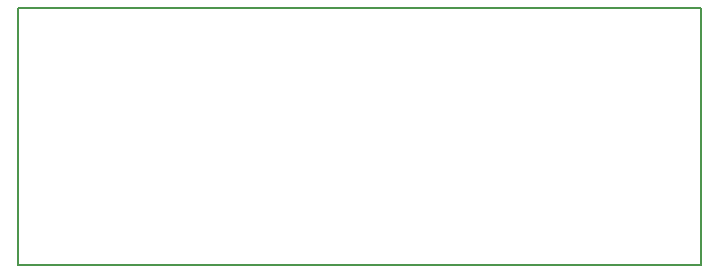
<source format=gm1>
G04 MADE WITH FRITZING*
G04 WWW.FRITZING.ORG*
G04 DOUBLE SIDED*
G04 HOLES PLATED*
G04 CONTOUR ON CENTER OF CONTOUR VECTOR*
%ASAXBY*%
%FSLAX23Y23*%
%MOIN*%
%OFA0B0*%
%SFA1.0B1.0*%
%ADD10R,2.283460X0.866142*%
%ADD11C,0.008000*%
%ADD10C,0.008*%
%LNCONTOUR*%
G90*
G70*
G54D10*
G54D11*
X4Y862D02*
X2279Y862D01*
X2279Y4D01*
X4Y4D01*
X4Y862D01*
D02*
G04 End of contour*
M02*
</source>
